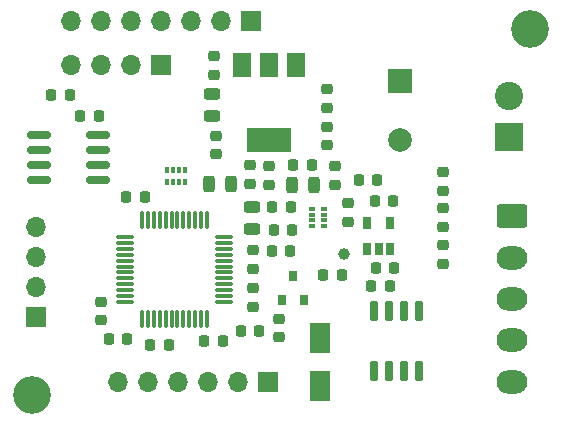
<source format=gts>
%TF.GenerationSoftware,KiCad,Pcbnew,5.99.0-unknown-6001ac0704~131~ubuntu20.04.1*%
%TF.CreationDate,2021-07-18T17:15:53-07:00*%
%TF.ProjectId,T12_Control,5431325f-436f-46e7-9472-6f6c2e6b6963,rev?*%
%TF.SameCoordinates,PXba85060PY68290a0*%
%TF.FileFunction,Soldermask,Top*%
%TF.FilePolarity,Negative*%
%FSLAX46Y46*%
G04 Gerber Fmt 4.6, Leading zero omitted, Abs format (unit mm)*
G04 Created by KiCad (PCBNEW 5.99.0-unknown-6001ac0704~131~ubuntu20.04.1) date 2021-07-18 17:15:53*
%MOMM*%
%LPD*%
G01*
G04 APERTURE LIST*
G04 Aperture macros list*
%AMRoundRect*
0 Rectangle with rounded corners*
0 $1 Rounding radius*
0 $2 $3 $4 $5 $6 $7 $8 $9 X,Y pos of 4 corners*
0 Add a 4 corners polygon primitive as box body*
4,1,4,$2,$3,$4,$5,$6,$7,$8,$9,$2,$3,0*
0 Add four circle primitives for the rounded corners*
1,1,$1+$1,$2,$3*
1,1,$1+$1,$4,$5*
1,1,$1+$1,$6,$7*
1,1,$1+$1,$8,$9*
0 Add four rect primitives between the rounded corners*
20,1,$1+$1,$2,$3,$4,$5,0*
20,1,$1+$1,$4,$5,$6,$7,0*
20,1,$1+$1,$6,$7,$8,$9,0*
20,1,$1+$1,$8,$9,$2,$3,0*%
G04 Aperture macros list end*
%ADD10RoundRect,0.218750X0.218750X0.256250X-0.218750X0.256250X-0.218750X-0.256250X0.218750X-0.256250X0*%
%ADD11R,0.800000X0.900000*%
%ADD12R,1.700000X1.700000*%
%ADD13O,1.700000X1.700000*%
%ADD14R,1.500000X2.000000*%
%ADD15R,3.800000X2.000000*%
%ADD16RoundRect,0.218750X-0.218750X-0.256250X0.218750X-0.256250X0.218750X0.256250X-0.218750X0.256250X0*%
%ADD17RoundRect,0.218750X0.256250X-0.218750X0.256250X0.218750X-0.256250X0.218750X-0.256250X-0.218750X0*%
%ADD18RoundRect,0.218750X-0.256250X0.218750X-0.256250X-0.218750X0.256250X-0.218750X0.256250X0.218750X0*%
%ADD19R,0.650000X1.060000*%
%ADD20RoundRect,0.243750X-0.243750X-0.456250X0.243750X-0.456250X0.243750X0.456250X-0.243750X0.456250X0*%
%ADD21RoundRect,0.243750X-0.456250X0.243750X-0.456250X-0.243750X0.456250X-0.243750X0.456250X0.243750X0*%
%ADD22R,2.400000X2.400000*%
%ADD23C,2.400000*%
%ADD24C,3.200000*%
%ADD25R,0.500000X0.320000*%
%ADD26RoundRect,0.150000X-0.150000X0.725000X-0.150000X-0.725000X0.150000X-0.725000X0.150000X0.725000X0*%
%ADD27R,0.320000X0.500000*%
%ADD28RoundRect,0.150000X-0.825000X-0.150000X0.825000X-0.150000X0.825000X0.150000X-0.825000X0.150000X0*%
%ADD29RoundRect,0.250000X-1.050000X0.750000X-1.050000X-0.750000X1.050000X-0.750000X1.050000X0.750000X0*%
%ADD30O,2.600000X2.000000*%
%ADD31R,1.800000X2.500000*%
%ADD32R,2.000000X2.000000*%
%ADD33C,2.000000*%
%ADD34C,1.000000*%
%ADD35RoundRect,0.075000X0.662500X0.075000X-0.662500X0.075000X-0.662500X-0.075000X0.662500X-0.075000X0*%
%ADD36RoundRect,0.075000X0.075000X0.662500X-0.075000X0.662500X-0.075000X-0.662500X0.075000X-0.662500X0*%
G04 APERTURE END LIST*
D10*
%TO.C,C17*%
X6707500Y28920000D03*
X5132500Y28920000D03*
%TD*%
D11*
%TO.C,Q2*%
X24670000Y11620000D03*
X26570000Y11620000D03*
X25620000Y13620000D03*
%TD*%
D10*
%TO.C,R6*%
X34133176Y19955758D03*
X32558176Y19955758D03*
%TD*%
%TO.C,C6*%
X19705287Y8091894D03*
X18130287Y8091894D03*
%TD*%
D12*
%TO.C,J5*%
X23512722Y4647271D03*
D13*
X20972722Y4647271D03*
X18432722Y4647271D03*
X15892722Y4647271D03*
X13352722Y4647271D03*
X10812722Y4647271D03*
%TD*%
D14*
%TO.C,U1*%
X25920000Y31470000D03*
X23620000Y31470000D03*
D15*
X23620000Y25170000D03*
D14*
X21320000Y31470000D03*
%TD*%
D16*
%TO.C,C8*%
X11489907Y20320848D03*
X13064907Y20320848D03*
%TD*%
D17*
%TO.C,C11*%
X22212495Y11023512D03*
X22212495Y12598512D03*
%TD*%
%TO.C,C5*%
X18970000Y30682500D03*
X18970000Y32257500D03*
%TD*%
D12*
%TO.C,J6*%
X3843130Y10160000D03*
D13*
X3843130Y12700000D03*
X3843130Y15240000D03*
X3843130Y17780000D03*
%TD*%
D10*
%TO.C,D3*%
X15107500Y7820000D03*
X13532500Y7820000D03*
%TD*%
%TO.C,C9*%
X9169500Y27178000D03*
X7594500Y27178000D03*
%TD*%
D18*
%TO.C,R8*%
X24420000Y10007500D03*
X24420000Y8432500D03*
%TD*%
D16*
%TO.C,D2*%
X23982500Y17526000D03*
X25557500Y17526000D03*
%TD*%
D19*
%TO.C,U3*%
X31935247Y15935610D03*
X32885247Y15935610D03*
X33835247Y15935610D03*
X33835247Y18135610D03*
X31935247Y18135610D03*
%TD*%
D10*
%TO.C,C19*%
X25457500Y19470000D03*
X23882500Y19470000D03*
%TD*%
D18*
%TO.C,C16*%
X38370000Y19357500D03*
X38370000Y17782500D03*
%TD*%
D10*
%TO.C,C4*%
X27207500Y23020000D03*
X25632500Y23020000D03*
%TD*%
D18*
%TO.C,C2*%
X28470000Y29431263D03*
X28470000Y27856263D03*
%TD*%
D10*
%TO.C,R3*%
X29743500Y13716000D03*
X28168500Y13716000D03*
%TD*%
D20*
%TO.C,FB4*%
X18532500Y21420000D03*
X20407500Y21420000D03*
%TD*%
D21*
%TO.C,FB1*%
X18770000Y29057500D03*
X18770000Y27182500D03*
%TD*%
D10*
%TO.C,C15*%
X34207500Y14320000D03*
X32632500Y14320000D03*
%TD*%
D17*
%TO.C,C1*%
X38370000Y14682500D03*
X38370000Y16257500D03*
%TD*%
D22*
%TO.C,J1*%
X43942000Y25400000D03*
D23*
X43942000Y28900000D03*
%TD*%
D24*
%TO.C,H2*%
X45720000Y34544000D03*
%TD*%
D25*
%TO.C,RN1*%
X27264503Y19337259D03*
X27264503Y18837259D03*
X27264503Y18337259D03*
X27264503Y17837259D03*
X28264503Y17837259D03*
X28264503Y18337259D03*
X28264503Y18837259D03*
X28264503Y19337259D03*
%TD*%
D18*
%TO.C,C3*%
X19070000Y25507500D03*
X19070000Y23932500D03*
%TD*%
%TO.C,R10*%
X38370000Y22407500D03*
X38370000Y20832500D03*
%TD*%
%TO.C,R2*%
X28470000Y26257500D03*
X28470000Y24682500D03*
%TD*%
D16*
%TO.C,C14*%
X21196150Y8984958D03*
X22771150Y8984958D03*
%TD*%
D24*
%TO.C,H1*%
X3556000Y3556000D03*
%TD*%
D26*
%TO.C,Q1*%
X36322000Y10703000D03*
X35052000Y10703000D03*
X33782000Y10703000D03*
X32512000Y10703000D03*
X32512000Y5553000D03*
X33782000Y5553000D03*
X35052000Y5553000D03*
X36322000Y5553000D03*
%TD*%
D17*
%TO.C,C18*%
X23620000Y21332500D03*
X23620000Y22907500D03*
%TD*%
%TO.C,C7*%
X9383143Y9868718D03*
X9383143Y11443718D03*
%TD*%
D10*
%TO.C,R1*%
X33807500Y12820000D03*
X32232500Y12820000D03*
%TD*%
D18*
%TO.C,R11*%
X22020000Y23007500D03*
X22020000Y21432500D03*
%TD*%
D10*
%TO.C,R7*%
X25405966Y15766138D03*
X23830966Y15766138D03*
%TD*%
D27*
%TO.C,RN2*%
X16498000Y22598000D03*
X15998000Y22598000D03*
X15498000Y22598000D03*
X14998000Y22598000D03*
X14998000Y21598000D03*
X15498000Y21598000D03*
X15998000Y21598000D03*
X16498000Y21598000D03*
%TD*%
D28*
%TO.C,U2*%
X4129000Y25527000D03*
X4129000Y24257000D03*
X4129000Y22987000D03*
X4129000Y21717000D03*
X9079000Y21717000D03*
X9079000Y22987000D03*
X9079000Y24257000D03*
X9079000Y25527000D03*
%TD*%
D18*
%TO.C,C10*%
X22199899Y15801990D03*
X22199899Y14226990D03*
%TD*%
D29*
%TO.C,J2*%
X44196000Y18684000D03*
D30*
X44196000Y15184000D03*
X44196000Y11684000D03*
X44196000Y8184000D03*
X44196000Y4684000D03*
%TD*%
D20*
%TO.C,FB3*%
X25532500Y21320000D03*
X27407500Y21320000D03*
%TD*%
D31*
%TO.C,D1*%
X27940000Y4350000D03*
X27940000Y8350000D03*
%TD*%
D17*
%TO.C,C13*%
X30288516Y18227512D03*
X30288516Y19802512D03*
%TD*%
D12*
%TO.C,J4*%
X14479162Y31488285D03*
D13*
X11939162Y31488285D03*
X9399162Y31488285D03*
X6859162Y31488285D03*
%TD*%
D10*
%TO.C,R9*%
X11607500Y8320000D03*
X10032500Y8320000D03*
%TD*%
D12*
%TO.C,J3*%
X22063440Y35210654D03*
D13*
X19523440Y35210654D03*
X16983440Y35210654D03*
X14443440Y35210654D03*
X11903440Y35210654D03*
X9363440Y35210654D03*
X6823440Y35210654D03*
%TD*%
D18*
%TO.C,R4*%
X29212877Y22949567D03*
X29212877Y21374567D03*
%TD*%
D32*
%TO.C,C12*%
X34720000Y30170000D03*
D33*
X34720000Y25170000D03*
%TD*%
D21*
%TO.C,FB2*%
X22170000Y19507500D03*
X22170000Y17632500D03*
%TD*%
D34*
%TO.C,TP1*%
X29972000Y15494000D03*
%TD*%
D35*
%TO.C,U4*%
X19755000Y11430000D03*
X19755000Y11930000D03*
X19755000Y12430000D03*
X19755000Y12930000D03*
X19755000Y13430000D03*
X19755000Y13930000D03*
X19755000Y14430000D03*
X19755000Y14930000D03*
X19755000Y15430000D03*
X19755000Y15930000D03*
X19755000Y16430000D03*
X19755000Y16930000D03*
D36*
X18342500Y18342500D03*
X17842500Y18342500D03*
X17342500Y18342500D03*
X16842500Y18342500D03*
X16342500Y18342500D03*
X15842500Y18342500D03*
X15342500Y18342500D03*
X14842500Y18342500D03*
X14342500Y18342500D03*
X13842500Y18342500D03*
X13342500Y18342500D03*
X12842500Y18342500D03*
D35*
X11430000Y16930000D03*
X11430000Y16430000D03*
X11430000Y15930000D03*
X11430000Y15430000D03*
X11430000Y14930000D03*
X11430000Y14430000D03*
X11430000Y13930000D03*
X11430000Y13430000D03*
X11430000Y12930000D03*
X11430000Y12430000D03*
X11430000Y11930000D03*
X11430000Y11430000D03*
D36*
X12842500Y10017500D03*
X13342500Y10017500D03*
X13842500Y10017500D03*
X14342500Y10017500D03*
X14842500Y10017500D03*
X15342500Y10017500D03*
X15842500Y10017500D03*
X16342500Y10017500D03*
X16842500Y10017500D03*
X17342500Y10017500D03*
X17842500Y10017500D03*
X18342500Y10017500D03*
%TD*%
D10*
%TO.C,R5*%
X32749294Y21743019D03*
X31174294Y21743019D03*
%TD*%
M02*

</source>
